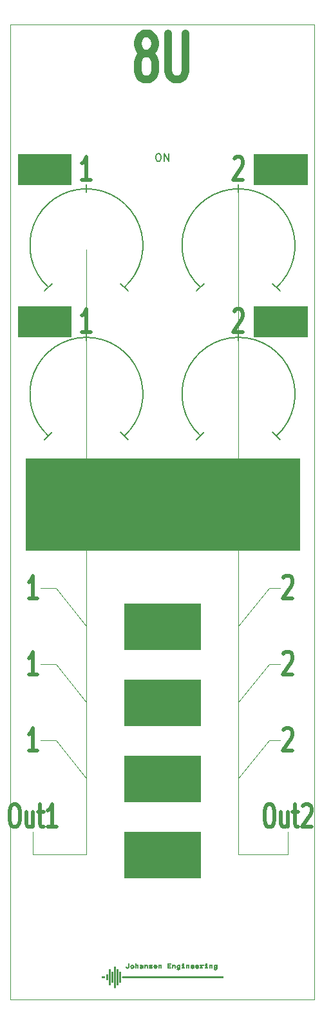
<source format=gbr>
%TF.GenerationSoftware,KiCad,Pcbnew,(5.1.5)-3*%
%TF.CreationDate,2020-04-29T20:03:56+02:00*%
%TF.ProjectId,KicadJE_Util_Faceplate_Generic,4b696361-644a-4455-9f55-74696c5f4661,rev?*%
%TF.SameCoordinates,Original*%
%TF.FileFunction,Legend,Top*%
%TF.FilePolarity,Positive*%
%FSLAX46Y46*%
G04 Gerber Fmt 4.6, Leading zero omitted, Abs format (unit mm)*
G04 Created by KiCad (PCBNEW (5.1.5)-3) date 2020-04-29 20:03:56*
%MOMM*%
%LPD*%
G04 APERTURE LIST*
%ADD10C,0.120000*%
%ADD11C,0.100000*%
%ADD12C,0.500000*%
%ADD13C,0.050000*%
%ADD14C,1.000000*%
%ADD15C,0.150000*%
%ADD16C,0.010000*%
G04 APERTURE END LIST*
D10*
X97000000Y-110000000D02*
X95000000Y-110000000D01*
X101000000Y-115000000D02*
X97000000Y-110000000D01*
X97000000Y-120000000D02*
X95000000Y-120000000D01*
X101000000Y-125000000D02*
X97000000Y-120000000D01*
X125000000Y-130000000D02*
X126500000Y-130000000D01*
X121000000Y-135000000D02*
X125000000Y-130000000D01*
X125000000Y-120000000D02*
X126500000Y-120000000D01*
X121000000Y-125000000D02*
X125000000Y-120000000D01*
D11*
G36*
X116000000Y-148000000D02*
G01*
X106000000Y-148000000D01*
X106000000Y-142000000D01*
X116000000Y-142000000D01*
X116000000Y-148000000D01*
G37*
X116000000Y-148000000D02*
X106000000Y-148000000D01*
X106000000Y-142000000D01*
X116000000Y-142000000D01*
X116000000Y-148000000D01*
G36*
X116000000Y-138000000D02*
G01*
X106000000Y-138000000D01*
X106000000Y-132000000D01*
X116000000Y-132000000D01*
X116000000Y-138000000D01*
G37*
X116000000Y-138000000D02*
X106000000Y-138000000D01*
X106000000Y-132000000D01*
X116000000Y-132000000D01*
X116000000Y-138000000D01*
G36*
X116000000Y-128000000D02*
G01*
X106000000Y-128000000D01*
X106000000Y-122000000D01*
X116000000Y-122000000D01*
X116000000Y-128000000D01*
G37*
X116000000Y-128000000D02*
X106000000Y-128000000D01*
X106000000Y-122000000D01*
X116000000Y-122000000D01*
X116000000Y-128000000D01*
G36*
X129000000Y-105000000D02*
G01*
X93000000Y-105000000D01*
X93000000Y-93000000D01*
X129000000Y-93000000D01*
X129000000Y-105000000D01*
G37*
X129000000Y-105000000D02*
X93000000Y-105000000D01*
X93000000Y-93000000D01*
X129000000Y-93000000D01*
X129000000Y-105000000D01*
G36*
X116000000Y-118000000D02*
G01*
X106000000Y-118000000D01*
X106000000Y-112000000D01*
X116000000Y-112000000D01*
X116000000Y-118000000D01*
G37*
X116000000Y-118000000D02*
X106000000Y-118000000D01*
X106000000Y-112000000D01*
X116000000Y-112000000D01*
X116000000Y-118000000D01*
G36*
X99000000Y-77000000D02*
G01*
X92000000Y-77000000D01*
X92000000Y-73000000D01*
X99000000Y-73000000D01*
X99000000Y-77000000D01*
G37*
X99000000Y-77000000D02*
X92000000Y-77000000D01*
X92000000Y-73000000D01*
X99000000Y-73000000D01*
X99000000Y-77000000D01*
G36*
X130000000Y-77000000D02*
G01*
X123000000Y-77000000D01*
X123000000Y-73000000D01*
X130000000Y-73000000D01*
X130000000Y-77000000D01*
G37*
X130000000Y-77000000D02*
X123000000Y-77000000D01*
X123000000Y-73000000D01*
X130000000Y-73000000D01*
X130000000Y-77000000D01*
G36*
X130000000Y-57000000D02*
G01*
X123000000Y-57000000D01*
X123000000Y-53000000D01*
X130000000Y-53000000D01*
X130000000Y-57000000D01*
G37*
X130000000Y-57000000D02*
X123000000Y-57000000D01*
X123000000Y-53000000D01*
X130000000Y-53000000D01*
X130000000Y-57000000D01*
G36*
X99000000Y-57000000D02*
G01*
X92000000Y-57000000D01*
X92000000Y-53000000D01*
X99000000Y-53000000D01*
X99000000Y-57000000D01*
G37*
X99000000Y-57000000D02*
X92000000Y-57000000D01*
X92000000Y-53000000D01*
X99000000Y-53000000D01*
X99000000Y-57000000D01*
D10*
X97000000Y-130000000D02*
X95000000Y-130000000D01*
X101000000Y-135000000D02*
X97000000Y-130000000D01*
D12*
X94571428Y-131357142D02*
X93428571Y-131357142D01*
X94000000Y-131357142D02*
X94000000Y-128357142D01*
X93809523Y-128785714D01*
X93619047Y-129071428D01*
X93428571Y-129214285D01*
X126928571Y-128642857D02*
X127023809Y-128500000D01*
X127214285Y-128357142D01*
X127690476Y-128357142D01*
X127880952Y-128500000D01*
X127976190Y-128642857D01*
X128071428Y-128928571D01*
X128071428Y-129214285D01*
X127976190Y-129642857D01*
X126833333Y-131357142D01*
X128071428Y-131357142D01*
X101571428Y-76357142D02*
X100428571Y-76357142D01*
X101000000Y-76357142D02*
X101000000Y-73357142D01*
X100809523Y-73785714D01*
X100619047Y-74071428D01*
X100428571Y-74214285D01*
X101571428Y-56357142D02*
X100428571Y-56357142D01*
X101000000Y-56357142D02*
X101000000Y-53357142D01*
X100809523Y-53785714D01*
X100619047Y-54071428D01*
X100428571Y-54214285D01*
D10*
X121000000Y-57500000D02*
X121000000Y-145000000D01*
X101000000Y-145000000D02*
X101000000Y-65500000D01*
X121000000Y-115000000D02*
X125000000Y-110000000D01*
X125000000Y-110000000D02*
X126500000Y-110000000D01*
X127500000Y-145000000D02*
X127500000Y-142000000D01*
X121000000Y-145000000D02*
X127500000Y-145000000D01*
X94000000Y-145000000D02*
X94000000Y-142000000D01*
X101000000Y-145000000D02*
X94000000Y-145000000D01*
D12*
X94571428Y-121357142D02*
X93428571Y-121357142D01*
X94000000Y-121357142D02*
X94000000Y-118357142D01*
X93809523Y-118785714D01*
X93619047Y-119071428D01*
X93428571Y-119214285D01*
X91380952Y-138357142D02*
X91761904Y-138357142D01*
X91952380Y-138500000D01*
X92142857Y-138785714D01*
X92238095Y-139357142D01*
X92238095Y-140357142D01*
X92142857Y-140928571D01*
X91952380Y-141214285D01*
X91761904Y-141357142D01*
X91380952Y-141357142D01*
X91190476Y-141214285D01*
X91000000Y-140928571D01*
X90904761Y-140357142D01*
X90904761Y-139357142D01*
X91000000Y-138785714D01*
X91190476Y-138500000D01*
X91380952Y-138357142D01*
X93952380Y-139357142D02*
X93952380Y-141357142D01*
X93095238Y-139357142D02*
X93095238Y-140928571D01*
X93190476Y-141214285D01*
X93380952Y-141357142D01*
X93666666Y-141357142D01*
X93857142Y-141214285D01*
X93952380Y-141071428D01*
X94619047Y-139357142D02*
X95380952Y-139357142D01*
X94904761Y-138357142D02*
X94904761Y-140928571D01*
X95000000Y-141214285D01*
X95190476Y-141357142D01*
X95380952Y-141357142D01*
X97095238Y-141357142D02*
X95952380Y-141357142D01*
X96523809Y-141357142D02*
X96523809Y-138357142D01*
X96333333Y-138785714D01*
X96142857Y-139071428D01*
X95952380Y-139214285D01*
X94571428Y-111357142D02*
X93428571Y-111357142D01*
X94000000Y-111357142D02*
X94000000Y-108357142D01*
X93809523Y-108785714D01*
X93619047Y-109071428D01*
X93428571Y-109214285D01*
X124880952Y-138357142D02*
X125261904Y-138357142D01*
X125452380Y-138500000D01*
X125642857Y-138785714D01*
X125738095Y-139357142D01*
X125738095Y-140357142D01*
X125642857Y-140928571D01*
X125452380Y-141214285D01*
X125261904Y-141357142D01*
X124880952Y-141357142D01*
X124690476Y-141214285D01*
X124500000Y-140928571D01*
X124404761Y-140357142D01*
X124404761Y-139357142D01*
X124500000Y-138785714D01*
X124690476Y-138500000D01*
X124880952Y-138357142D01*
X127452380Y-139357142D02*
X127452380Y-141357142D01*
X126595238Y-139357142D02*
X126595238Y-140928571D01*
X126690476Y-141214285D01*
X126880952Y-141357142D01*
X127166666Y-141357142D01*
X127357142Y-141214285D01*
X127452380Y-141071428D01*
X128119047Y-139357142D02*
X128880952Y-139357142D01*
X128404761Y-138357142D02*
X128404761Y-140928571D01*
X128500000Y-141214285D01*
X128690476Y-141357142D01*
X128880952Y-141357142D01*
X129452380Y-138642857D02*
X129547619Y-138500000D01*
X129738095Y-138357142D01*
X130214285Y-138357142D01*
X130404761Y-138500000D01*
X130500000Y-138642857D01*
X130595238Y-138928571D01*
X130595238Y-139214285D01*
X130500000Y-139642857D01*
X129357142Y-141357142D01*
X130595238Y-141357142D01*
X126928571Y-118642857D02*
X127023809Y-118500000D01*
X127214285Y-118357142D01*
X127690476Y-118357142D01*
X127880952Y-118500000D01*
X127976190Y-118642857D01*
X128071428Y-118928571D01*
X128071428Y-119214285D01*
X127976190Y-119642857D01*
X126833333Y-121357142D01*
X128071428Y-121357142D01*
X126928571Y-108642857D02*
X127023809Y-108500000D01*
X127214285Y-108357142D01*
X127690476Y-108357142D01*
X127880952Y-108500000D01*
X127976190Y-108642857D01*
X128071428Y-108928571D01*
X128071428Y-109214285D01*
X127976190Y-109642857D01*
X126833333Y-111357142D01*
X128071428Y-111357142D01*
X120428571Y-73642857D02*
X120523809Y-73500000D01*
X120714285Y-73357142D01*
X121190476Y-73357142D01*
X121380952Y-73500000D01*
X121476190Y-73642857D01*
X121571428Y-73928571D01*
X121571428Y-74214285D01*
X121476190Y-74642857D01*
X120333333Y-76357142D01*
X121571428Y-76357142D01*
X120428571Y-53642857D02*
X120523809Y-53500000D01*
X120714285Y-53357142D01*
X121190476Y-53357142D01*
X121380952Y-53500000D01*
X121476190Y-53642857D01*
X121571428Y-53928571D01*
X121571428Y-54214285D01*
X121476190Y-54642857D01*
X120333333Y-56357142D01*
X121571428Y-56357142D01*
D13*
X91000000Y-164000000D02*
X91000000Y-36000000D01*
X131000000Y-164000000D02*
X91000000Y-164000000D01*
X131000000Y-36000000D02*
X131000000Y-164000000D01*
X91000000Y-36000000D02*
X131000000Y-36000000D01*
D14*
X108523809Y-39785714D02*
X108142857Y-39500000D01*
X107952380Y-39214285D01*
X107761904Y-38642857D01*
X107761904Y-38357142D01*
X107952380Y-37785714D01*
X108142857Y-37500000D01*
X108523809Y-37214285D01*
X109285714Y-37214285D01*
X109666666Y-37500000D01*
X109857142Y-37785714D01*
X110047619Y-38357142D01*
X110047619Y-38642857D01*
X109857142Y-39214285D01*
X109666666Y-39500000D01*
X109285714Y-39785714D01*
X108523809Y-39785714D01*
X108142857Y-40071428D01*
X107952380Y-40357142D01*
X107761904Y-40928571D01*
X107761904Y-42071428D01*
X107952380Y-42642857D01*
X108142857Y-42928571D01*
X108523809Y-43214285D01*
X109285714Y-43214285D01*
X109666666Y-42928571D01*
X109857142Y-42642857D01*
X110047619Y-42071428D01*
X110047619Y-40928571D01*
X109857142Y-40357142D01*
X109666666Y-40071428D01*
X109285714Y-39785714D01*
X111761904Y-37214285D02*
X111761904Y-42071428D01*
X111952380Y-42642857D01*
X112142857Y-42928571D01*
X112523809Y-43214285D01*
X113285714Y-43214285D01*
X113666666Y-42928571D01*
X113857142Y-42642857D01*
X114047619Y-42071428D01*
X114047619Y-37214285D01*
D15*
X121000000Y-76500000D02*
X121000000Y-77500000D01*
X116500000Y-89500000D02*
X115500000Y-90500000D01*
X126500000Y-90500000D02*
X125500000Y-89500000D01*
X116000000Y-90000000D02*
G75*
G02X126000000Y-90000000I5000000J5500000D01*
G01*
X96000000Y-90000000D02*
G75*
G02X106000000Y-90000000I5000000J5500000D01*
G01*
X106500000Y-90500000D02*
X105500000Y-89500000D01*
X96500000Y-89500000D02*
X95500000Y-90500000D01*
X101000000Y-76500000D02*
X101000000Y-77500000D01*
D16*
G36*
X116791200Y-159399800D02*
G01*
X116676900Y-159399800D01*
X116676900Y-159272800D01*
X116791200Y-159272800D01*
X116791200Y-159399800D01*
G37*
X116791200Y-159399800D02*
X116676900Y-159399800D01*
X116676900Y-159272800D01*
X116791200Y-159272800D01*
X116791200Y-159399800D01*
G36*
X113743200Y-159399800D02*
G01*
X113628900Y-159399800D01*
X113628900Y-159272800D01*
X113743200Y-159272800D01*
X113743200Y-159399800D01*
G37*
X113743200Y-159399800D02*
X113628900Y-159399800D01*
X113628900Y-159272800D01*
X113743200Y-159272800D01*
X113743200Y-159399800D01*
G36*
X117438114Y-159442318D02*
G01*
X117473195Y-159459123D01*
X117492674Y-159474926D01*
X117534150Y-159511953D01*
X117538239Y-159703526D01*
X117542329Y-159895100D01*
X117438900Y-159895100D01*
X117438900Y-159730907D01*
X117438314Y-159659817D01*
X117436253Y-159609877D01*
X117432258Y-159576854D01*
X117425870Y-159556520D01*
X117418942Y-159546757D01*
X117385287Y-159528974D01*
X117345560Y-159530874D01*
X117306502Y-159550204D01*
X117274851Y-159584714D01*
X117268062Y-159597154D01*
X117256927Y-159633806D01*
X117250505Y-159688629D01*
X117248400Y-159765050D01*
X117248400Y-159895100D01*
X117146800Y-159895100D01*
X117146800Y-159450600D01*
X117197600Y-159450600D01*
X117230192Y-159452142D01*
X117244681Y-159460281D01*
X117248330Y-159480282D01*
X117248400Y-159487430D01*
X117248400Y-159524260D01*
X117291580Y-159481080D01*
X117323768Y-159453238D01*
X117354315Y-159440684D01*
X117392979Y-159437900D01*
X117438114Y-159442318D01*
G37*
X117438114Y-159442318D02*
X117473195Y-159459123D01*
X117492674Y-159474926D01*
X117534150Y-159511953D01*
X117538239Y-159703526D01*
X117542329Y-159895100D01*
X117438900Y-159895100D01*
X117438900Y-159730907D01*
X117438314Y-159659817D01*
X117436253Y-159609877D01*
X117432258Y-159576854D01*
X117425870Y-159556520D01*
X117418942Y-159546757D01*
X117385287Y-159528974D01*
X117345560Y-159530874D01*
X117306502Y-159550204D01*
X117274851Y-159584714D01*
X117268062Y-159597154D01*
X117256927Y-159633806D01*
X117250505Y-159688629D01*
X117248400Y-159765050D01*
X117248400Y-159895100D01*
X117146800Y-159895100D01*
X117146800Y-159450600D01*
X117197600Y-159450600D01*
X117230192Y-159452142D01*
X117244681Y-159460281D01*
X117248330Y-159480282D01*
X117248400Y-159487430D01*
X117248400Y-159524260D01*
X117291580Y-159481080D01*
X117323768Y-159453238D01*
X117354315Y-159440684D01*
X117392979Y-159437900D01*
X117438114Y-159442318D01*
G36*
X116791200Y-159806200D02*
G01*
X116842000Y-159806200D01*
X116874525Y-159807545D01*
X116888979Y-159815854D01*
X116892686Y-159837533D01*
X116892800Y-159850650D01*
X116892800Y-159895100D01*
X116588000Y-159895100D01*
X116588000Y-159850650D01*
X116589965Y-159820858D01*
X116601057Y-159808640D01*
X116629066Y-159806205D01*
X116632450Y-159806200D01*
X116676900Y-159806200D01*
X116676900Y-159539500D01*
X116632450Y-159539500D01*
X116602658Y-159537534D01*
X116590440Y-159526442D01*
X116588005Y-159498433D01*
X116588000Y-159495050D01*
X116588000Y-159450600D01*
X116791200Y-159450600D01*
X116791200Y-159806200D01*
G37*
X116791200Y-159806200D02*
X116842000Y-159806200D01*
X116874525Y-159807545D01*
X116888979Y-159815854D01*
X116892686Y-159837533D01*
X116892800Y-159850650D01*
X116892800Y-159895100D01*
X116588000Y-159895100D01*
X116588000Y-159850650D01*
X116589965Y-159820858D01*
X116601057Y-159808640D01*
X116629066Y-159806205D01*
X116632450Y-159806200D01*
X116676900Y-159806200D01*
X116676900Y-159539500D01*
X116632450Y-159539500D01*
X116602658Y-159537534D01*
X116590440Y-159526442D01*
X116588005Y-159498433D01*
X116588000Y-159495050D01*
X116588000Y-159450600D01*
X116791200Y-159450600D01*
X116791200Y-159806200D01*
G36*
X116333699Y-159440912D02*
G01*
X116358516Y-159450885D01*
X116365016Y-159470931D01*
X116358113Y-159499630D01*
X116347462Y-159525131D01*
X116333608Y-159535481D01*
X116307593Y-159535040D01*
X116290351Y-159532606D01*
X116229116Y-159533141D01*
X116175228Y-159551791D01*
X116135106Y-159585879D01*
X116125293Y-159601368D01*
X116112681Y-159641577D01*
X116106047Y-159697735D01*
X116105400Y-159723019D01*
X116105400Y-159806200D01*
X116156200Y-159806200D01*
X116188725Y-159807545D01*
X116203179Y-159815854D01*
X116206886Y-159837533D01*
X116207000Y-159850650D01*
X116207000Y-159895100D01*
X115902200Y-159895100D01*
X115902200Y-159850650D01*
X115903737Y-159822190D01*
X115913233Y-159809542D01*
X115938010Y-159806299D01*
X115953000Y-159806200D01*
X116003800Y-159806200D01*
X116003800Y-159526800D01*
X115953000Y-159526800D01*
X115920426Y-159525295D01*
X115905946Y-159517142D01*
X115902280Y-159496881D01*
X115902200Y-159488700D01*
X115902200Y-159450600D01*
X116105400Y-159450600D01*
X116105400Y-159532890D01*
X116138393Y-159497307D01*
X116182463Y-159460769D01*
X116233745Y-159442216D01*
X116287201Y-159438094D01*
X116333699Y-159440912D01*
G37*
X116333699Y-159440912D02*
X116358516Y-159450885D01*
X116365016Y-159470931D01*
X116358113Y-159499630D01*
X116347462Y-159525131D01*
X116333608Y-159535481D01*
X116307593Y-159535040D01*
X116290351Y-159532606D01*
X116229116Y-159533141D01*
X116175228Y-159551791D01*
X116135106Y-159585879D01*
X116125293Y-159601368D01*
X116112681Y-159641577D01*
X116106047Y-159697735D01*
X116105400Y-159723019D01*
X116105400Y-159806200D01*
X116156200Y-159806200D01*
X116188725Y-159807545D01*
X116203179Y-159815854D01*
X116206886Y-159837533D01*
X116207000Y-159850650D01*
X116207000Y-159895100D01*
X115902200Y-159895100D01*
X115902200Y-159850650D01*
X115903737Y-159822190D01*
X115913233Y-159809542D01*
X115938010Y-159806299D01*
X115953000Y-159806200D01*
X116003800Y-159806200D01*
X116003800Y-159526800D01*
X115953000Y-159526800D01*
X115920426Y-159525295D01*
X115905946Y-159517142D01*
X115902280Y-159496881D01*
X115902200Y-159488700D01*
X115902200Y-159450600D01*
X116105400Y-159450600D01*
X116105400Y-159532890D01*
X116138393Y-159497307D01*
X116182463Y-159460769D01*
X116233745Y-159442216D01*
X116287201Y-159438094D01*
X116333699Y-159440912D01*
G36*
X114390114Y-159442318D02*
G01*
X114425195Y-159459123D01*
X114444674Y-159474926D01*
X114486150Y-159511953D01*
X114490239Y-159703526D01*
X114494329Y-159895100D01*
X114390900Y-159895100D01*
X114390900Y-159730907D01*
X114390314Y-159659817D01*
X114388253Y-159609877D01*
X114384258Y-159576854D01*
X114377870Y-159556520D01*
X114370942Y-159546757D01*
X114337287Y-159528974D01*
X114297560Y-159530874D01*
X114258502Y-159550204D01*
X114226851Y-159584714D01*
X114220062Y-159597154D01*
X114208927Y-159633806D01*
X114202505Y-159688629D01*
X114200400Y-159765050D01*
X114200400Y-159895100D01*
X114098800Y-159895100D01*
X114098800Y-159450600D01*
X114149600Y-159450600D01*
X114182192Y-159452142D01*
X114196681Y-159460281D01*
X114200330Y-159480282D01*
X114200400Y-159487430D01*
X114200400Y-159524260D01*
X114243580Y-159481080D01*
X114275768Y-159453238D01*
X114306315Y-159440684D01*
X114344979Y-159437900D01*
X114390114Y-159442318D01*
G37*
X114390114Y-159442318D02*
X114425195Y-159459123D01*
X114444674Y-159474926D01*
X114486150Y-159511953D01*
X114490239Y-159703526D01*
X114494329Y-159895100D01*
X114390900Y-159895100D01*
X114390900Y-159730907D01*
X114390314Y-159659817D01*
X114388253Y-159609877D01*
X114384258Y-159576854D01*
X114377870Y-159556520D01*
X114370942Y-159546757D01*
X114337287Y-159528974D01*
X114297560Y-159530874D01*
X114258502Y-159550204D01*
X114226851Y-159584714D01*
X114220062Y-159597154D01*
X114208927Y-159633806D01*
X114202505Y-159688629D01*
X114200400Y-159765050D01*
X114200400Y-159895100D01*
X114098800Y-159895100D01*
X114098800Y-159450600D01*
X114149600Y-159450600D01*
X114182192Y-159452142D01*
X114196681Y-159460281D01*
X114200330Y-159480282D01*
X114200400Y-159487430D01*
X114200400Y-159524260D01*
X114243580Y-159481080D01*
X114275768Y-159453238D01*
X114306315Y-159440684D01*
X114344979Y-159437900D01*
X114390114Y-159442318D01*
G36*
X113743200Y-159806200D02*
G01*
X113794000Y-159806200D01*
X113826525Y-159807545D01*
X113840979Y-159815854D01*
X113844686Y-159837533D01*
X113844800Y-159850650D01*
X113844800Y-159895100D01*
X113540000Y-159895100D01*
X113540000Y-159850650D01*
X113541965Y-159820858D01*
X113553057Y-159808640D01*
X113581066Y-159806205D01*
X113584450Y-159806200D01*
X113628900Y-159806200D01*
X113628900Y-159539500D01*
X113584450Y-159539500D01*
X113554658Y-159537534D01*
X113542440Y-159526442D01*
X113540005Y-159498433D01*
X113540000Y-159495050D01*
X113540000Y-159450600D01*
X113743200Y-159450600D01*
X113743200Y-159806200D01*
G37*
X113743200Y-159806200D02*
X113794000Y-159806200D01*
X113826525Y-159807545D01*
X113840979Y-159815854D01*
X113844686Y-159837533D01*
X113844800Y-159850650D01*
X113844800Y-159895100D01*
X113540000Y-159895100D01*
X113540000Y-159850650D01*
X113541965Y-159820858D01*
X113553057Y-159808640D01*
X113581066Y-159806205D01*
X113584450Y-159806200D01*
X113628900Y-159806200D01*
X113628900Y-159539500D01*
X113584450Y-159539500D01*
X113554658Y-159537534D01*
X113542440Y-159526442D01*
X113540005Y-159498433D01*
X113540000Y-159495050D01*
X113540000Y-159450600D01*
X113743200Y-159450600D01*
X113743200Y-159806200D01*
G36*
X112561314Y-159442318D02*
G01*
X112596395Y-159459123D01*
X112615874Y-159474926D01*
X112657350Y-159511953D01*
X112661439Y-159703526D01*
X112665529Y-159895100D01*
X112562100Y-159895100D01*
X112562100Y-159730907D01*
X112561514Y-159659817D01*
X112559453Y-159609877D01*
X112555458Y-159576854D01*
X112549070Y-159556520D01*
X112542142Y-159546757D01*
X112508487Y-159528974D01*
X112468760Y-159530874D01*
X112429702Y-159550204D01*
X112398051Y-159584714D01*
X112391262Y-159597154D01*
X112380127Y-159633806D01*
X112373705Y-159688629D01*
X112371600Y-159765050D01*
X112371600Y-159895100D01*
X112270000Y-159895100D01*
X112270000Y-159450600D01*
X112320800Y-159450600D01*
X112353392Y-159452142D01*
X112367881Y-159460281D01*
X112371530Y-159480282D01*
X112371600Y-159487430D01*
X112371600Y-159524260D01*
X112414780Y-159481080D01*
X112446968Y-159453238D01*
X112477515Y-159440684D01*
X112516179Y-159437900D01*
X112561314Y-159442318D01*
G37*
X112561314Y-159442318D02*
X112596395Y-159459123D01*
X112615874Y-159474926D01*
X112657350Y-159511953D01*
X112661439Y-159703526D01*
X112665529Y-159895100D01*
X112562100Y-159895100D01*
X112562100Y-159730907D01*
X112561514Y-159659817D01*
X112559453Y-159609877D01*
X112555458Y-159576854D01*
X112549070Y-159556520D01*
X112542142Y-159546757D01*
X112508487Y-159528974D01*
X112468760Y-159530874D01*
X112429702Y-159550204D01*
X112398051Y-159584714D01*
X112391262Y-159597154D01*
X112380127Y-159633806D01*
X112373705Y-159688629D01*
X112371600Y-159765050D01*
X112371600Y-159895100D01*
X112270000Y-159895100D01*
X112270000Y-159450600D01*
X112320800Y-159450600D01*
X112353392Y-159452142D01*
X112367881Y-159460281D01*
X112371530Y-159480282D01*
X112371600Y-159487430D01*
X112371600Y-159524260D01*
X112414780Y-159481080D01*
X112446968Y-159453238D01*
X112477515Y-159440684D01*
X112516179Y-159437900D01*
X112561314Y-159442318D01*
G36*
X112054100Y-159361700D02*
G01*
X111762000Y-159361700D01*
X111762000Y-159539500D01*
X111990600Y-159539500D01*
X111990600Y-159628400D01*
X111762000Y-159628400D01*
X111762000Y-159806200D01*
X112054100Y-159806200D01*
X112054100Y-159895100D01*
X111660400Y-159895100D01*
X111660400Y-159272800D01*
X112054100Y-159272800D01*
X112054100Y-159361700D01*
G37*
X112054100Y-159361700D02*
X111762000Y-159361700D01*
X111762000Y-159539500D01*
X111990600Y-159539500D01*
X111990600Y-159628400D01*
X111762000Y-159628400D01*
X111762000Y-159806200D01*
X112054100Y-159806200D01*
X112054100Y-159895100D01*
X111660400Y-159895100D01*
X111660400Y-159272800D01*
X112054100Y-159272800D01*
X112054100Y-159361700D01*
G36*
X110745214Y-159442318D02*
G01*
X110780295Y-159459123D01*
X110799774Y-159474926D01*
X110841250Y-159511953D01*
X110845339Y-159703526D01*
X110849429Y-159895100D01*
X110746000Y-159895100D01*
X110746000Y-159730907D01*
X110745414Y-159659817D01*
X110743353Y-159609877D01*
X110739358Y-159576854D01*
X110732970Y-159556520D01*
X110726042Y-159546757D01*
X110692387Y-159528974D01*
X110652660Y-159530874D01*
X110613602Y-159550204D01*
X110581951Y-159584714D01*
X110575162Y-159597154D01*
X110564027Y-159633806D01*
X110557605Y-159688629D01*
X110555500Y-159765050D01*
X110555500Y-159895100D01*
X110453900Y-159895100D01*
X110453900Y-159450600D01*
X110504700Y-159450600D01*
X110537292Y-159452142D01*
X110551781Y-159460281D01*
X110555430Y-159480282D01*
X110555500Y-159487430D01*
X110555500Y-159524260D01*
X110598680Y-159481080D01*
X110630868Y-159453238D01*
X110661415Y-159440684D01*
X110700079Y-159437900D01*
X110745214Y-159442318D01*
G37*
X110745214Y-159442318D02*
X110780295Y-159459123D01*
X110799774Y-159474926D01*
X110841250Y-159511953D01*
X110845339Y-159703526D01*
X110849429Y-159895100D01*
X110746000Y-159895100D01*
X110746000Y-159730907D01*
X110745414Y-159659817D01*
X110743353Y-159609877D01*
X110739358Y-159576854D01*
X110732970Y-159556520D01*
X110726042Y-159546757D01*
X110692387Y-159528974D01*
X110652660Y-159530874D01*
X110613602Y-159550204D01*
X110581951Y-159584714D01*
X110575162Y-159597154D01*
X110564027Y-159633806D01*
X110557605Y-159688629D01*
X110555500Y-159765050D01*
X110555500Y-159895100D01*
X110453900Y-159895100D01*
X110453900Y-159450600D01*
X110504700Y-159450600D01*
X110537292Y-159452142D01*
X110551781Y-159460281D01*
X110555430Y-159480282D01*
X110555500Y-159487430D01*
X110555500Y-159524260D01*
X110598680Y-159481080D01*
X110630868Y-159453238D01*
X110661415Y-159440684D01*
X110700079Y-159437900D01*
X110745214Y-159442318D01*
G36*
X108916414Y-159442318D02*
G01*
X108951495Y-159459123D01*
X108970974Y-159474926D01*
X109012450Y-159511953D01*
X109016539Y-159703526D01*
X109020629Y-159895100D01*
X108917200Y-159895100D01*
X108917200Y-159730907D01*
X108916614Y-159659817D01*
X108914553Y-159609877D01*
X108910558Y-159576854D01*
X108904170Y-159556520D01*
X108897242Y-159546757D01*
X108863587Y-159528974D01*
X108823860Y-159530874D01*
X108784802Y-159550204D01*
X108753151Y-159584714D01*
X108746362Y-159597154D01*
X108735227Y-159633806D01*
X108728805Y-159688629D01*
X108726700Y-159765050D01*
X108726700Y-159895100D01*
X108625100Y-159895100D01*
X108625100Y-159450600D01*
X108675900Y-159450600D01*
X108708492Y-159452142D01*
X108722981Y-159460281D01*
X108726630Y-159480282D01*
X108726700Y-159487430D01*
X108726700Y-159524260D01*
X108769880Y-159481080D01*
X108802068Y-159453238D01*
X108832615Y-159440684D01*
X108871279Y-159437900D01*
X108916414Y-159442318D01*
G37*
X108916414Y-159442318D02*
X108951495Y-159459123D01*
X108970974Y-159474926D01*
X109012450Y-159511953D01*
X109016539Y-159703526D01*
X109020629Y-159895100D01*
X108917200Y-159895100D01*
X108917200Y-159730907D01*
X108916614Y-159659817D01*
X108914553Y-159609877D01*
X108910558Y-159576854D01*
X108904170Y-159556520D01*
X108897242Y-159546757D01*
X108863587Y-159528974D01*
X108823860Y-159530874D01*
X108784802Y-159550204D01*
X108753151Y-159584714D01*
X108746362Y-159597154D01*
X108735227Y-159633806D01*
X108728805Y-159688629D01*
X108726700Y-159765050D01*
X108726700Y-159895100D01*
X108625100Y-159895100D01*
X108625100Y-159450600D01*
X108675900Y-159450600D01*
X108708492Y-159452142D01*
X108722981Y-159460281D01*
X108726630Y-159480282D01*
X108726700Y-159487430D01*
X108726700Y-159524260D01*
X108769880Y-159481080D01*
X108802068Y-159453238D01*
X108832615Y-159440684D01*
X108871279Y-159437900D01*
X108916414Y-159442318D01*
G36*
X107507500Y-159527200D02*
G01*
X107543179Y-159487268D01*
X107572611Y-159460600D01*
X107606477Y-159446655D01*
X107642965Y-159441176D01*
X107683943Y-159439143D01*
X107711809Y-159445321D01*
X107738423Y-159463284D01*
X107750161Y-159473485D01*
X107793250Y-159511953D01*
X107797339Y-159703526D01*
X107801429Y-159895100D01*
X107698000Y-159895100D01*
X107698000Y-159730907D01*
X107697414Y-159659817D01*
X107695353Y-159609877D01*
X107691358Y-159576854D01*
X107684970Y-159556520D01*
X107678042Y-159546757D01*
X107644387Y-159528974D01*
X107604660Y-159530874D01*
X107565602Y-159550204D01*
X107533951Y-159584714D01*
X107527162Y-159597154D01*
X107516027Y-159633806D01*
X107509605Y-159688629D01*
X107507500Y-159765050D01*
X107507500Y-159895100D01*
X107405900Y-159895100D01*
X107405900Y-159272800D01*
X107507500Y-159272800D01*
X107507500Y-159527200D01*
G37*
X107507500Y-159527200D02*
X107543179Y-159487268D01*
X107572611Y-159460600D01*
X107606477Y-159446655D01*
X107642965Y-159441176D01*
X107683943Y-159439143D01*
X107711809Y-159445321D01*
X107738423Y-159463284D01*
X107750161Y-159473485D01*
X107793250Y-159511953D01*
X107797339Y-159703526D01*
X107801429Y-159895100D01*
X107698000Y-159895100D01*
X107698000Y-159730907D01*
X107697414Y-159659817D01*
X107695353Y-159609877D01*
X107691358Y-159576854D01*
X107684970Y-159556520D01*
X107678042Y-159546757D01*
X107644387Y-159528974D01*
X107604660Y-159530874D01*
X107565602Y-159550204D01*
X107533951Y-159584714D01*
X107527162Y-159597154D01*
X107516027Y-159633806D01*
X107509605Y-159688629D01*
X107507500Y-159765050D01*
X107507500Y-159895100D01*
X107405900Y-159895100D01*
X107405900Y-159272800D01*
X107507500Y-159272800D01*
X107507500Y-159527200D01*
G36*
X115580413Y-159445787D02*
G01*
X115642081Y-159470491D01*
X115682518Y-159503111D01*
X115717361Y-159555044D01*
X115744231Y-159623481D01*
X115755115Y-159669675D01*
X115763650Y-159717300D01*
X115382044Y-159717300D01*
X115396231Y-159748437D01*
X115422015Y-159779278D01*
X115463617Y-159803967D01*
X115511480Y-159817471D01*
X115529469Y-159818621D01*
X115563706Y-159813124D01*
X115605711Y-159799704D01*
X115619304Y-159793985D01*
X115672959Y-159769628D01*
X115698501Y-159802101D01*
X115724044Y-159834573D01*
X115692542Y-159859353D01*
X115634692Y-159890285D01*
X115564466Y-159905651D01*
X115490081Y-159904756D01*
X115419751Y-159886909D01*
X115410914Y-159883118D01*
X115354086Y-159844411D01*
X115313056Y-159790243D01*
X115288965Y-159725896D01*
X115282956Y-159656654D01*
X115292211Y-159608435D01*
X115393971Y-159608435D01*
X115404865Y-159619892D01*
X115436586Y-159626036D01*
X115491057Y-159628276D01*
X115514850Y-159628400D01*
X115574137Y-159627503D01*
X115611624Y-159624482D01*
X115630856Y-159618842D01*
X115635500Y-159611563D01*
X115626899Y-159592145D01*
X115605878Y-159566977D01*
X115602726Y-159563938D01*
X115568051Y-159541118D01*
X115523684Y-159533285D01*
X115514850Y-159533150D01*
X115467831Y-159538951D01*
X115432384Y-159559083D01*
X115426973Y-159563938D01*
X115401981Y-159590254D01*
X115393971Y-159608435D01*
X115292211Y-159608435D01*
X115296172Y-159587800D01*
X115329753Y-159524617D01*
X115332623Y-159520889D01*
X115382212Y-159476662D01*
X115444216Y-159449191D01*
X115512370Y-159438794D01*
X115580413Y-159445787D01*
G37*
X115580413Y-159445787D02*
X115642081Y-159470491D01*
X115682518Y-159503111D01*
X115717361Y-159555044D01*
X115744231Y-159623481D01*
X115755115Y-159669675D01*
X115763650Y-159717300D01*
X115382044Y-159717300D01*
X115396231Y-159748437D01*
X115422015Y-159779278D01*
X115463617Y-159803967D01*
X115511480Y-159817471D01*
X115529469Y-159818621D01*
X115563706Y-159813124D01*
X115605711Y-159799704D01*
X115619304Y-159793985D01*
X115672959Y-159769628D01*
X115698501Y-159802101D01*
X115724044Y-159834573D01*
X115692542Y-159859353D01*
X115634692Y-159890285D01*
X115564466Y-159905651D01*
X115490081Y-159904756D01*
X115419751Y-159886909D01*
X115410914Y-159883118D01*
X115354086Y-159844411D01*
X115313056Y-159790243D01*
X115288965Y-159725896D01*
X115282956Y-159656654D01*
X115292211Y-159608435D01*
X115393971Y-159608435D01*
X115404865Y-159619892D01*
X115436586Y-159626036D01*
X115491057Y-159628276D01*
X115514850Y-159628400D01*
X115574137Y-159627503D01*
X115611624Y-159624482D01*
X115630856Y-159618842D01*
X115635500Y-159611563D01*
X115626899Y-159592145D01*
X115605878Y-159566977D01*
X115602726Y-159563938D01*
X115568051Y-159541118D01*
X115523684Y-159533285D01*
X115514850Y-159533150D01*
X115467831Y-159538951D01*
X115432384Y-159559083D01*
X115426973Y-159563938D01*
X115401981Y-159590254D01*
X115393971Y-159608435D01*
X115292211Y-159608435D01*
X115296172Y-159587800D01*
X115329753Y-159524617D01*
X115332623Y-159520889D01*
X115382212Y-159476662D01*
X115444216Y-159449191D01*
X115512370Y-159438794D01*
X115580413Y-159445787D01*
G36*
X114970813Y-159445787D02*
G01*
X115032481Y-159470491D01*
X115072918Y-159503111D01*
X115107761Y-159555044D01*
X115134631Y-159623481D01*
X115145515Y-159669675D01*
X115154050Y-159717300D01*
X114772444Y-159717300D01*
X114786631Y-159748437D01*
X114812415Y-159779278D01*
X114854017Y-159803967D01*
X114901880Y-159817471D01*
X114919869Y-159818621D01*
X114954106Y-159813124D01*
X114996111Y-159799704D01*
X115009704Y-159793985D01*
X115063359Y-159769628D01*
X115088901Y-159802101D01*
X115114444Y-159834573D01*
X115082942Y-159859353D01*
X115025092Y-159890285D01*
X114954866Y-159905651D01*
X114880481Y-159904756D01*
X114810151Y-159886909D01*
X114801314Y-159883118D01*
X114744486Y-159844411D01*
X114703456Y-159790243D01*
X114679365Y-159725896D01*
X114673356Y-159656654D01*
X114682611Y-159608435D01*
X114784371Y-159608435D01*
X114795265Y-159619892D01*
X114826986Y-159626036D01*
X114881457Y-159628276D01*
X114905250Y-159628400D01*
X114964537Y-159627503D01*
X115002024Y-159624482D01*
X115021256Y-159618842D01*
X115025900Y-159611563D01*
X115017299Y-159592145D01*
X114996278Y-159566977D01*
X114993126Y-159563938D01*
X114958451Y-159541118D01*
X114914084Y-159533285D01*
X114905250Y-159533150D01*
X114858231Y-159538951D01*
X114822784Y-159559083D01*
X114817373Y-159563938D01*
X114792381Y-159590254D01*
X114784371Y-159608435D01*
X114682611Y-159608435D01*
X114686572Y-159587800D01*
X114720153Y-159524617D01*
X114723023Y-159520889D01*
X114772612Y-159476662D01*
X114834616Y-159449191D01*
X114902770Y-159438794D01*
X114970813Y-159445787D01*
G37*
X114970813Y-159445787D02*
X115032481Y-159470491D01*
X115072918Y-159503111D01*
X115107761Y-159555044D01*
X115134631Y-159623481D01*
X115145515Y-159669675D01*
X115154050Y-159717300D01*
X114772444Y-159717300D01*
X114786631Y-159748437D01*
X114812415Y-159779278D01*
X114854017Y-159803967D01*
X114901880Y-159817471D01*
X114919869Y-159818621D01*
X114954106Y-159813124D01*
X114996111Y-159799704D01*
X115009704Y-159793985D01*
X115063359Y-159769628D01*
X115088901Y-159802101D01*
X115114444Y-159834573D01*
X115082942Y-159859353D01*
X115025092Y-159890285D01*
X114954866Y-159905651D01*
X114880481Y-159904756D01*
X114810151Y-159886909D01*
X114801314Y-159883118D01*
X114744486Y-159844411D01*
X114703456Y-159790243D01*
X114679365Y-159725896D01*
X114673356Y-159656654D01*
X114682611Y-159608435D01*
X114784371Y-159608435D01*
X114795265Y-159619892D01*
X114826986Y-159626036D01*
X114881457Y-159628276D01*
X114905250Y-159628400D01*
X114964537Y-159627503D01*
X115002024Y-159624482D01*
X115021256Y-159618842D01*
X115025900Y-159611563D01*
X115017299Y-159592145D01*
X114996278Y-159566977D01*
X114993126Y-159563938D01*
X114958451Y-159541118D01*
X114914084Y-159533285D01*
X114905250Y-159533150D01*
X114858231Y-159538951D01*
X114822784Y-159559083D01*
X114817373Y-159563938D01*
X114792381Y-159590254D01*
X114784371Y-159608435D01*
X114682611Y-159608435D01*
X114686572Y-159587800D01*
X114720153Y-159524617D01*
X114723023Y-159520889D01*
X114772612Y-159476662D01*
X114834616Y-159449191D01*
X114902770Y-159438794D01*
X114970813Y-159445787D01*
G36*
X110106713Y-159445787D02*
G01*
X110168381Y-159470491D01*
X110208818Y-159503111D01*
X110243661Y-159555044D01*
X110270531Y-159623481D01*
X110281415Y-159669675D01*
X110289950Y-159717300D01*
X109908344Y-159717300D01*
X109922531Y-159748437D01*
X109948315Y-159779278D01*
X109989917Y-159803967D01*
X110037780Y-159817471D01*
X110055769Y-159818621D01*
X110090006Y-159813124D01*
X110132011Y-159799704D01*
X110145604Y-159793985D01*
X110199259Y-159769628D01*
X110224801Y-159802101D01*
X110250344Y-159834573D01*
X110218842Y-159859353D01*
X110160992Y-159890285D01*
X110090766Y-159905651D01*
X110016381Y-159904756D01*
X109946051Y-159886909D01*
X109937214Y-159883118D01*
X109880386Y-159844411D01*
X109839356Y-159790243D01*
X109815265Y-159725896D01*
X109809256Y-159656654D01*
X109818511Y-159608435D01*
X109920271Y-159608435D01*
X109931165Y-159619892D01*
X109962886Y-159626036D01*
X110017357Y-159628276D01*
X110041150Y-159628400D01*
X110100437Y-159627503D01*
X110137924Y-159624482D01*
X110157156Y-159618842D01*
X110161800Y-159611563D01*
X110153199Y-159592145D01*
X110132178Y-159566977D01*
X110129026Y-159563938D01*
X110094351Y-159541118D01*
X110049984Y-159533285D01*
X110041150Y-159533150D01*
X109994131Y-159538951D01*
X109958684Y-159559083D01*
X109953273Y-159563938D01*
X109928281Y-159590254D01*
X109920271Y-159608435D01*
X109818511Y-159608435D01*
X109822472Y-159587800D01*
X109856053Y-159524617D01*
X109858923Y-159520889D01*
X109908512Y-159476662D01*
X109970516Y-159449191D01*
X110038670Y-159438794D01*
X110106713Y-159445787D01*
G37*
X110106713Y-159445787D02*
X110168381Y-159470491D01*
X110208818Y-159503111D01*
X110243661Y-159555044D01*
X110270531Y-159623481D01*
X110281415Y-159669675D01*
X110289950Y-159717300D01*
X109908344Y-159717300D01*
X109922531Y-159748437D01*
X109948315Y-159779278D01*
X109989917Y-159803967D01*
X110037780Y-159817471D01*
X110055769Y-159818621D01*
X110090006Y-159813124D01*
X110132011Y-159799704D01*
X110145604Y-159793985D01*
X110199259Y-159769628D01*
X110224801Y-159802101D01*
X110250344Y-159834573D01*
X110218842Y-159859353D01*
X110160992Y-159890285D01*
X110090766Y-159905651D01*
X110016381Y-159904756D01*
X109946051Y-159886909D01*
X109937214Y-159883118D01*
X109880386Y-159844411D01*
X109839356Y-159790243D01*
X109815265Y-159725896D01*
X109809256Y-159656654D01*
X109818511Y-159608435D01*
X109920271Y-159608435D01*
X109931165Y-159619892D01*
X109962886Y-159626036D01*
X110017357Y-159628276D01*
X110041150Y-159628400D01*
X110100437Y-159627503D01*
X110137924Y-159624482D01*
X110157156Y-159618842D01*
X110161800Y-159611563D01*
X110153199Y-159592145D01*
X110132178Y-159566977D01*
X110129026Y-159563938D01*
X110094351Y-159541118D01*
X110049984Y-159533285D01*
X110041150Y-159533150D01*
X109994131Y-159538951D01*
X109958684Y-159559083D01*
X109953273Y-159563938D01*
X109928281Y-159590254D01*
X109920271Y-159608435D01*
X109818511Y-159608435D01*
X109822472Y-159587800D01*
X109856053Y-159524617D01*
X109858923Y-159520889D01*
X109908512Y-159476662D01*
X109970516Y-159449191D01*
X110038670Y-159438794D01*
X110106713Y-159445787D01*
G36*
X109500632Y-159444386D02*
G01*
X109555840Y-159458028D01*
X109595922Y-159478107D01*
X109600489Y-159481961D01*
X109609083Y-159503001D01*
X109604268Y-159528982D01*
X109590296Y-159550658D01*
X109571419Y-159558784D01*
X109565812Y-159557362D01*
X109515036Y-159541203D01*
X109460246Y-159532510D01*
X109407734Y-159531212D01*
X109363790Y-159537235D01*
X109334704Y-159550507D01*
X109327596Y-159560104D01*
X109325073Y-159576955D01*
X109334520Y-159590282D01*
X109359387Y-159601783D01*
X109403120Y-159613152D01*
X109457231Y-159623894D01*
X109533536Y-159641949D01*
X109587294Y-159664676D01*
X109621223Y-159694158D01*
X109638045Y-159732478D01*
X109641100Y-159764728D01*
X109629745Y-159815487D01*
X109598029Y-159856412D01*
X109549475Y-159886315D01*
X109487607Y-159904004D01*
X109415947Y-159908289D01*
X109338019Y-159897982D01*
X109288425Y-159883852D01*
X109250170Y-159869782D01*
X109222498Y-159858020D01*
X109213690Y-159852924D01*
X109212751Y-159837125D01*
X109220877Y-159809004D01*
X109222234Y-159805634D01*
X109231168Y-159785529D01*
X109241020Y-159775070D01*
X109257453Y-159773986D01*
X109286129Y-159782007D01*
X109332712Y-159798863D01*
X109336300Y-159800186D01*
X109410662Y-159815855D01*
X109454522Y-159815520D01*
X109506786Y-159805698D01*
X109535099Y-159790062D01*
X109539457Y-159771258D01*
X109519859Y-159751932D01*
X109476303Y-159734730D01*
X109454593Y-159729532D01*
X109384467Y-159714410D01*
X109334551Y-159701934D01*
X109300033Y-159690387D01*
X109276098Y-159678053D01*
X109257936Y-159663218D01*
X109252337Y-159657425D01*
X109226407Y-159613509D01*
X109222862Y-159566210D01*
X109239996Y-159520198D01*
X109276104Y-159480141D01*
X109327601Y-159451407D01*
X109378179Y-159440142D01*
X109438634Y-159438113D01*
X109500632Y-159444386D01*
G37*
X109500632Y-159444386D02*
X109555840Y-159458028D01*
X109595922Y-159478107D01*
X109600489Y-159481961D01*
X109609083Y-159503001D01*
X109604268Y-159528982D01*
X109590296Y-159550658D01*
X109571419Y-159558784D01*
X109565812Y-159557362D01*
X109515036Y-159541203D01*
X109460246Y-159532510D01*
X109407734Y-159531212D01*
X109363790Y-159537235D01*
X109334704Y-159550507D01*
X109327596Y-159560104D01*
X109325073Y-159576955D01*
X109334520Y-159590282D01*
X109359387Y-159601783D01*
X109403120Y-159613152D01*
X109457231Y-159623894D01*
X109533536Y-159641949D01*
X109587294Y-159664676D01*
X109621223Y-159694158D01*
X109638045Y-159732478D01*
X109641100Y-159764728D01*
X109629745Y-159815487D01*
X109598029Y-159856412D01*
X109549475Y-159886315D01*
X109487607Y-159904004D01*
X109415947Y-159908289D01*
X109338019Y-159897982D01*
X109288425Y-159883852D01*
X109250170Y-159869782D01*
X109222498Y-159858020D01*
X109213690Y-159852924D01*
X109212751Y-159837125D01*
X109220877Y-159809004D01*
X109222234Y-159805634D01*
X109231168Y-159785529D01*
X109241020Y-159775070D01*
X109257453Y-159773986D01*
X109286129Y-159782007D01*
X109332712Y-159798863D01*
X109336300Y-159800186D01*
X109410662Y-159815855D01*
X109454522Y-159815520D01*
X109506786Y-159805698D01*
X109535099Y-159790062D01*
X109539457Y-159771258D01*
X109519859Y-159751932D01*
X109476303Y-159734730D01*
X109454593Y-159729532D01*
X109384467Y-159714410D01*
X109334551Y-159701934D01*
X109300033Y-159690387D01*
X109276098Y-159678053D01*
X109257936Y-159663218D01*
X109252337Y-159657425D01*
X109226407Y-159613509D01*
X109222862Y-159566210D01*
X109239996Y-159520198D01*
X109276104Y-159480141D01*
X109327601Y-159451407D01*
X109378179Y-159440142D01*
X109438634Y-159438113D01*
X109500632Y-159444386D01*
G36*
X108310260Y-159456458D02*
G01*
X108363969Y-159489144D01*
X108381667Y-159507923D01*
X108392735Y-159523957D01*
X108400377Y-159542230D01*
X108405218Y-159567537D01*
X108407884Y-159604675D01*
X108409001Y-159658440D01*
X108409200Y-159719012D01*
X108409200Y-159895100D01*
X108358400Y-159895100D01*
X108325216Y-159893002D01*
X108310537Y-159884441D01*
X108307600Y-159869319D01*
X108306428Y-159853311D01*
X108298873Y-159851680D01*
X108278879Y-159864802D01*
X108269535Y-159871681D01*
X108223244Y-159894024D01*
X108158225Y-159905114D01*
X108155474Y-159905321D01*
X108112093Y-159907472D01*
X108084204Y-159903939D01*
X108062026Y-159891546D01*
X108035775Y-159867115D01*
X108034789Y-159866129D01*
X108005543Y-159832043D01*
X107992460Y-159800556D01*
X107990100Y-159771764D01*
X107993730Y-159754688D01*
X108093668Y-159754688D01*
X108099133Y-159788354D01*
X108124725Y-159809379D01*
X108167574Y-159815900D01*
X108185850Y-159814447D01*
X108227983Y-159803725D01*
X108265066Y-159785989D01*
X108268400Y-159783649D01*
X108293180Y-159755884D01*
X108305268Y-159725569D01*
X108306058Y-159705397D01*
X108297957Y-159695600D01*
X108274768Y-159692604D01*
X108248118Y-159692616D01*
X108180418Y-159698505D01*
X108130383Y-159713688D01*
X108100657Y-159737104D01*
X108093668Y-159754688D01*
X107993730Y-159754688D01*
X108001569Y-159717825D01*
X108035378Y-159674750D01*
X108090630Y-159643148D01*
X108166427Y-159623630D01*
X108216183Y-159618289D01*
X108263879Y-159614585D01*
X108291287Y-159609955D01*
X108303505Y-159602538D01*
X108305629Y-159590475D01*
X108305083Y-159585836D01*
X108291827Y-159560933D01*
X108267128Y-159540309D01*
X108237136Y-159530639D01*
X108195911Y-159530668D01*
X108139406Y-159540783D01*
X108071899Y-159558898D01*
X108049367Y-159558480D01*
X108032747Y-159537849D01*
X108030463Y-159533045D01*
X108021032Y-159506525D01*
X108024816Y-159488529D01*
X108045593Y-159474106D01*
X108087143Y-159458303D01*
X108087627Y-159458138D01*
X108167157Y-159440120D01*
X108243012Y-159439838D01*
X108310260Y-159456458D01*
G37*
X108310260Y-159456458D02*
X108363969Y-159489144D01*
X108381667Y-159507923D01*
X108392735Y-159523957D01*
X108400377Y-159542230D01*
X108405218Y-159567537D01*
X108407884Y-159604675D01*
X108409001Y-159658440D01*
X108409200Y-159719012D01*
X108409200Y-159895100D01*
X108358400Y-159895100D01*
X108325216Y-159893002D01*
X108310537Y-159884441D01*
X108307600Y-159869319D01*
X108306428Y-159853311D01*
X108298873Y-159851680D01*
X108278879Y-159864802D01*
X108269535Y-159871681D01*
X108223244Y-159894024D01*
X108158225Y-159905114D01*
X108155474Y-159905321D01*
X108112093Y-159907472D01*
X108084204Y-159903939D01*
X108062026Y-159891546D01*
X108035775Y-159867115D01*
X108034789Y-159866129D01*
X108005543Y-159832043D01*
X107992460Y-159800556D01*
X107990100Y-159771764D01*
X107993730Y-159754688D01*
X108093668Y-159754688D01*
X108099133Y-159788354D01*
X108124725Y-159809379D01*
X108167574Y-159815900D01*
X108185850Y-159814447D01*
X108227983Y-159803725D01*
X108265066Y-159785989D01*
X108268400Y-159783649D01*
X108293180Y-159755884D01*
X108305268Y-159725569D01*
X108306058Y-159705397D01*
X108297957Y-159695600D01*
X108274768Y-159692604D01*
X108248118Y-159692616D01*
X108180418Y-159698505D01*
X108130383Y-159713688D01*
X108100657Y-159737104D01*
X108093668Y-159754688D01*
X107993730Y-159754688D01*
X108001569Y-159717825D01*
X108035378Y-159674750D01*
X108090630Y-159643148D01*
X108166427Y-159623630D01*
X108216183Y-159618289D01*
X108263879Y-159614585D01*
X108291287Y-159609955D01*
X108303505Y-159602538D01*
X108305629Y-159590475D01*
X108305083Y-159585836D01*
X108291827Y-159560933D01*
X108267128Y-159540309D01*
X108237136Y-159530639D01*
X108195911Y-159530668D01*
X108139406Y-159540783D01*
X108071899Y-159558898D01*
X108049367Y-159558480D01*
X108032747Y-159537849D01*
X108030463Y-159533045D01*
X108021032Y-159506525D01*
X108024816Y-159488529D01*
X108045593Y-159474106D01*
X108087143Y-159458303D01*
X108087627Y-159458138D01*
X108167157Y-159440120D01*
X108243012Y-159439838D01*
X108310260Y-159456458D01*
G36*
X107071766Y-159449125D02*
G01*
X107136474Y-159481026D01*
X107185862Y-159530946D01*
X107217285Y-159596222D01*
X107228100Y-159672850D01*
X107216996Y-159750946D01*
X107185342Y-159815890D01*
X107135619Y-159865231D01*
X107070311Y-159896521D01*
X106991901Y-159907311D01*
X106990382Y-159907302D01*
X106944577Y-159903339D01*
X106902640Y-159894004D01*
X106891550Y-159889872D01*
X106834427Y-159851464D01*
X106792316Y-159796767D01*
X106767086Y-159731225D01*
X106761549Y-159670613D01*
X106863689Y-159670613D01*
X106870887Y-159721333D01*
X106893418Y-159765316D01*
X106929178Y-159797772D01*
X106976060Y-159813913D01*
X107011517Y-159813383D01*
X107051518Y-159799561D01*
X107087147Y-159775119D01*
X107087717Y-159774555D01*
X107107668Y-159749695D01*
X107117404Y-159720658D01*
X107120137Y-159677372D01*
X107120150Y-159672850D01*
X107117996Y-159628557D01*
X107109183Y-159599009D01*
X107090186Y-159573742D01*
X107084936Y-159568363D01*
X107054595Y-159544450D01*
X107020047Y-159534461D01*
X106991761Y-159533150D01*
X106950653Y-159536400D01*
X106922923Y-159549203D01*
X106903716Y-159568125D01*
X106873930Y-159617947D01*
X106863689Y-159670613D01*
X106761549Y-159670613D01*
X106760605Y-159660283D01*
X106774742Y-159589388D01*
X106782203Y-159571250D01*
X106822955Y-159506733D01*
X106876394Y-159463869D01*
X106944061Y-159441689D01*
X106994384Y-159437900D01*
X107071766Y-159449125D01*
G37*
X107071766Y-159449125D02*
X107136474Y-159481026D01*
X107185862Y-159530946D01*
X107217285Y-159596222D01*
X107228100Y-159672850D01*
X107216996Y-159750946D01*
X107185342Y-159815890D01*
X107135619Y-159865231D01*
X107070311Y-159896521D01*
X106991901Y-159907311D01*
X106990382Y-159907302D01*
X106944577Y-159903339D01*
X106902640Y-159894004D01*
X106891550Y-159889872D01*
X106834427Y-159851464D01*
X106792316Y-159796767D01*
X106767086Y-159731225D01*
X106761549Y-159670613D01*
X106863689Y-159670613D01*
X106870887Y-159721333D01*
X106893418Y-159765316D01*
X106929178Y-159797772D01*
X106976060Y-159813913D01*
X107011517Y-159813383D01*
X107051518Y-159799561D01*
X107087147Y-159775119D01*
X107087717Y-159774555D01*
X107107668Y-159749695D01*
X107117404Y-159720658D01*
X107120137Y-159677372D01*
X107120150Y-159672850D01*
X107117996Y-159628557D01*
X107109183Y-159599009D01*
X107090186Y-159573742D01*
X107084936Y-159568363D01*
X107054595Y-159544450D01*
X107020047Y-159534461D01*
X106991761Y-159533150D01*
X106950653Y-159536400D01*
X106922923Y-159549203D01*
X106903716Y-159568125D01*
X106873930Y-159617947D01*
X106863689Y-159670613D01*
X106761549Y-159670613D01*
X106760605Y-159660283D01*
X106774742Y-159589388D01*
X106782203Y-159571250D01*
X106822955Y-159506733D01*
X106876394Y-159463869D01*
X106944061Y-159441689D01*
X106994384Y-159437900D01*
X107071766Y-159449125D01*
G36*
X106580400Y-159511409D02*
G01*
X106580207Y-159595945D01*
X106579354Y-159659353D01*
X106577427Y-159705900D01*
X106574013Y-159739855D01*
X106568700Y-159765488D01*
X106561073Y-159787068D01*
X106551825Y-159806684D01*
X106514747Y-159859147D01*
X106478800Y-159885555D01*
X106426340Y-159901642D01*
X106364265Y-159906377D01*
X106305952Y-159899199D01*
X106288306Y-159893532D01*
X106239112Y-159863215D01*
X106195891Y-159817614D01*
X106179143Y-159790955D01*
X106164437Y-159757641D01*
X106165977Y-159737654D01*
X106185821Y-159723253D01*
X106198633Y-159717617D01*
X106235503Y-159708790D01*
X106257582Y-159717789D01*
X106262900Y-159735970D01*
X106273231Y-159757685D01*
X106298688Y-159782819D01*
X106330963Y-159804987D01*
X106361750Y-159817804D01*
X106370785Y-159818900D01*
X106404376Y-159816521D01*
X106430288Y-159807494D01*
X106449489Y-159788978D01*
X106462946Y-159758134D01*
X106471628Y-159712122D01*
X106476503Y-159648104D01*
X106478539Y-159563238D01*
X106478800Y-159502030D01*
X106478800Y-159272800D01*
X106580400Y-159272800D01*
X106580400Y-159511409D01*
G37*
X106580400Y-159511409D02*
X106580207Y-159595945D01*
X106579354Y-159659353D01*
X106577427Y-159705900D01*
X106574013Y-159739855D01*
X106568700Y-159765488D01*
X106561073Y-159787068D01*
X106551825Y-159806684D01*
X106514747Y-159859147D01*
X106478800Y-159885555D01*
X106426340Y-159901642D01*
X106364265Y-159906377D01*
X106305952Y-159899199D01*
X106288306Y-159893532D01*
X106239112Y-159863215D01*
X106195891Y-159817614D01*
X106179143Y-159790955D01*
X106164437Y-159757641D01*
X106165977Y-159737654D01*
X106185821Y-159723253D01*
X106198633Y-159717617D01*
X106235503Y-159708790D01*
X106257582Y-159717789D01*
X106262900Y-159735970D01*
X106273231Y-159757685D01*
X106298688Y-159782819D01*
X106330963Y-159804987D01*
X106361750Y-159817804D01*
X106370785Y-159818900D01*
X106404376Y-159816521D01*
X106430288Y-159807494D01*
X106449489Y-159788978D01*
X106462946Y-159758134D01*
X106471628Y-159712122D01*
X106476503Y-159648104D01*
X106478539Y-159563238D01*
X106478800Y-159502030D01*
X106478800Y-159272800D01*
X106580400Y-159272800D01*
X106580400Y-159511409D01*
G36*
X117982474Y-159445453D02*
G01*
X118011030Y-159457276D01*
X118036696Y-159467208D01*
X118048357Y-159464762D01*
X118048500Y-159463626D01*
X118059765Y-159455469D01*
X118087910Y-159450932D01*
X118099300Y-159450600D01*
X118150100Y-159450600D01*
X118150100Y-159702721D01*
X118149965Y-159789193D01*
X118149309Y-159854155D01*
X118147751Y-159901497D01*
X118144912Y-159935109D01*
X118140412Y-159958879D01*
X118133872Y-159976699D01*
X118124910Y-159992457D01*
X118121271Y-159997996D01*
X118075865Y-160044194D01*
X118015238Y-160073830D01*
X117944389Y-160085713D01*
X117868316Y-160078656D01*
X117829304Y-160067447D01*
X117783678Y-160047420D01*
X117753552Y-160026476D01*
X117743700Y-160009251D01*
X117750936Y-159993145D01*
X117765955Y-159972029D01*
X117788210Y-159944546D01*
X117850270Y-159971998D01*
X117911509Y-159990625D01*
X117965737Y-159991271D01*
X118009169Y-159975328D01*
X118038018Y-159944187D01*
X118048499Y-159899238D01*
X118048500Y-159899155D01*
X118048500Y-159856347D01*
X118011030Y-159875723D01*
X117950461Y-159894532D01*
X117890993Y-159890756D01*
X117836141Y-159867099D01*
X117789420Y-159826262D01*
X117754344Y-159770946D01*
X117734428Y-159703853D01*
X117731306Y-159661944D01*
X117833295Y-159661944D01*
X117839837Y-159713003D01*
X117862551Y-159758341D01*
X117897497Y-159789108D01*
X117935645Y-159800009D01*
X117981196Y-159798768D01*
X118020959Y-159786299D01*
X118030583Y-159779859D01*
X118040135Y-159759334D01*
X118046310Y-159721682D01*
X118049036Y-159674854D01*
X118048245Y-159626803D01*
X118043867Y-159585480D01*
X118035831Y-159558838D01*
X118032553Y-159554776D01*
X117991884Y-159535364D01*
X117942672Y-159531601D01*
X117907954Y-159539850D01*
X117867628Y-159568826D01*
X117842650Y-159611704D01*
X117833295Y-159661944D01*
X117731306Y-159661944D01*
X117731208Y-159660634D01*
X117741573Y-159590522D01*
X117769635Y-159530408D01*
X117811576Y-159483069D01*
X117863576Y-159451279D01*
X117921815Y-159437816D01*
X117982474Y-159445453D01*
G37*
X117982474Y-159445453D02*
X118011030Y-159457276D01*
X118036696Y-159467208D01*
X118048357Y-159464762D01*
X118048500Y-159463626D01*
X118059765Y-159455469D01*
X118087910Y-159450932D01*
X118099300Y-159450600D01*
X118150100Y-159450600D01*
X118150100Y-159702721D01*
X118149965Y-159789193D01*
X118149309Y-159854155D01*
X118147751Y-159901497D01*
X118144912Y-159935109D01*
X118140412Y-159958879D01*
X118133872Y-159976699D01*
X118124910Y-159992457D01*
X118121271Y-159997996D01*
X118075865Y-160044194D01*
X118015238Y-160073830D01*
X117944389Y-160085713D01*
X117868316Y-160078656D01*
X117829304Y-160067447D01*
X117783678Y-160047420D01*
X117753552Y-160026476D01*
X117743700Y-160009251D01*
X117750936Y-159993145D01*
X117765955Y-159972029D01*
X117788210Y-159944546D01*
X117850270Y-159971998D01*
X117911509Y-159990625D01*
X117965737Y-159991271D01*
X118009169Y-159975328D01*
X118038018Y-159944187D01*
X118048499Y-159899238D01*
X118048500Y-159899155D01*
X118048500Y-159856347D01*
X118011030Y-159875723D01*
X117950461Y-159894532D01*
X117890993Y-159890756D01*
X117836141Y-159867099D01*
X117789420Y-159826262D01*
X117754344Y-159770946D01*
X117734428Y-159703853D01*
X117731306Y-159661944D01*
X117833295Y-159661944D01*
X117839837Y-159713003D01*
X117862551Y-159758341D01*
X117897497Y-159789108D01*
X117935645Y-159800009D01*
X117981196Y-159798768D01*
X118020959Y-159786299D01*
X118030583Y-159779859D01*
X118040135Y-159759334D01*
X118046310Y-159721682D01*
X118049036Y-159674854D01*
X118048245Y-159626803D01*
X118043867Y-159585480D01*
X118035831Y-159558838D01*
X118032553Y-159554776D01*
X117991884Y-159535364D01*
X117942672Y-159531601D01*
X117907954Y-159539850D01*
X117867628Y-159568826D01*
X117842650Y-159611704D01*
X117833295Y-159661944D01*
X117731306Y-159661944D01*
X117731208Y-159660634D01*
X117741573Y-159590522D01*
X117769635Y-159530408D01*
X117811576Y-159483069D01*
X117863576Y-159451279D01*
X117921815Y-159437816D01*
X117982474Y-159445453D01*
G36*
X113105674Y-159445453D02*
G01*
X113134230Y-159457276D01*
X113159896Y-159467208D01*
X113171557Y-159464762D01*
X113171700Y-159463626D01*
X113182965Y-159455469D01*
X113211110Y-159450932D01*
X113222500Y-159450600D01*
X113273300Y-159450600D01*
X113273300Y-159702721D01*
X113273165Y-159789193D01*
X113272509Y-159854155D01*
X113270951Y-159901497D01*
X113268112Y-159935109D01*
X113263612Y-159958879D01*
X113257072Y-159976699D01*
X113248110Y-159992457D01*
X113244471Y-159997996D01*
X113199065Y-160044194D01*
X113138438Y-160073830D01*
X113067589Y-160085713D01*
X112991516Y-160078656D01*
X112952504Y-160067447D01*
X112906878Y-160047420D01*
X112876752Y-160026476D01*
X112866900Y-160009251D01*
X112874136Y-159993145D01*
X112889155Y-159972029D01*
X112911410Y-159944546D01*
X112973470Y-159971998D01*
X113034709Y-159990625D01*
X113088937Y-159991271D01*
X113132369Y-159975328D01*
X113161218Y-159944187D01*
X113171699Y-159899238D01*
X113171700Y-159899155D01*
X113171700Y-159856347D01*
X113134230Y-159875723D01*
X113073661Y-159894532D01*
X113014193Y-159890756D01*
X112959341Y-159867099D01*
X112912620Y-159826262D01*
X112877544Y-159770946D01*
X112857628Y-159703853D01*
X112854506Y-159661944D01*
X112956495Y-159661944D01*
X112963037Y-159713003D01*
X112985751Y-159758341D01*
X113020697Y-159789108D01*
X113058845Y-159800009D01*
X113104396Y-159798768D01*
X113144159Y-159786299D01*
X113153783Y-159779859D01*
X113163335Y-159759334D01*
X113169510Y-159721682D01*
X113172236Y-159674854D01*
X113171445Y-159626803D01*
X113167067Y-159585480D01*
X113159031Y-159558838D01*
X113155753Y-159554776D01*
X113115084Y-159535364D01*
X113065872Y-159531601D01*
X113031154Y-159539850D01*
X112990828Y-159568826D01*
X112965850Y-159611704D01*
X112956495Y-159661944D01*
X112854506Y-159661944D01*
X112854408Y-159660634D01*
X112864773Y-159590522D01*
X112892835Y-159530408D01*
X112934776Y-159483069D01*
X112986776Y-159451279D01*
X113045015Y-159437816D01*
X113105674Y-159445453D01*
G37*
X113105674Y-159445453D02*
X113134230Y-159457276D01*
X113159896Y-159467208D01*
X113171557Y-159464762D01*
X113171700Y-159463626D01*
X113182965Y-159455469D01*
X113211110Y-159450932D01*
X113222500Y-159450600D01*
X113273300Y-159450600D01*
X113273300Y-159702721D01*
X113273165Y-159789193D01*
X113272509Y-159854155D01*
X113270951Y-159901497D01*
X113268112Y-159935109D01*
X113263612Y-159958879D01*
X113257072Y-159976699D01*
X113248110Y-159992457D01*
X113244471Y-159997996D01*
X113199065Y-160044194D01*
X113138438Y-160073830D01*
X113067589Y-160085713D01*
X112991516Y-160078656D01*
X112952504Y-160067447D01*
X112906878Y-160047420D01*
X112876752Y-160026476D01*
X112866900Y-160009251D01*
X112874136Y-159993145D01*
X112889155Y-159972029D01*
X112911410Y-159944546D01*
X112973470Y-159971998D01*
X113034709Y-159990625D01*
X113088937Y-159991271D01*
X113132369Y-159975328D01*
X113161218Y-159944187D01*
X113171699Y-159899238D01*
X113171700Y-159899155D01*
X113171700Y-159856347D01*
X113134230Y-159875723D01*
X113073661Y-159894532D01*
X113014193Y-159890756D01*
X112959341Y-159867099D01*
X112912620Y-159826262D01*
X112877544Y-159770946D01*
X112857628Y-159703853D01*
X112854506Y-159661944D01*
X112956495Y-159661944D01*
X112963037Y-159713003D01*
X112985751Y-159758341D01*
X113020697Y-159789108D01*
X113058845Y-159800009D01*
X113104396Y-159798768D01*
X113144159Y-159786299D01*
X113153783Y-159779859D01*
X113163335Y-159759334D01*
X113169510Y-159721682D01*
X113172236Y-159674854D01*
X113171445Y-159626803D01*
X113167067Y-159585480D01*
X113159031Y-159558838D01*
X113155753Y-159554776D01*
X113115084Y-159535364D01*
X113065872Y-159531601D01*
X113031154Y-159539850D01*
X112990828Y-159568826D01*
X112965850Y-159611704D01*
X112956495Y-159661944D01*
X112854506Y-159661944D01*
X112854408Y-159660634D01*
X112864773Y-159590522D01*
X112892835Y-159530408D01*
X112934776Y-159483069D01*
X112986776Y-159451279D01*
X113045015Y-159437816D01*
X113105674Y-159445453D01*
G36*
X118935286Y-160991293D02*
G01*
X118958647Y-161032187D01*
X118960396Y-161076811D01*
X118940639Y-161117299D01*
X118933506Y-161124786D01*
X118904112Y-161152400D01*
X105718643Y-161152400D01*
X105692321Y-161118937D01*
X105673769Y-161087072D01*
X105666000Y-161057272D01*
X105666000Y-161057150D01*
X105673694Y-161027404D01*
X105692207Y-160995507D01*
X105692321Y-160995362D01*
X105718643Y-160961900D01*
X112313157Y-160961899D01*
X118907672Y-160961899D01*
X118935286Y-160991293D01*
G37*
X118935286Y-160991293D02*
X118958647Y-161032187D01*
X118960396Y-161076811D01*
X118940639Y-161117299D01*
X118933506Y-161124786D01*
X118904112Y-161152400D01*
X105718643Y-161152400D01*
X105692321Y-161118937D01*
X105673769Y-161087072D01*
X105666000Y-161057272D01*
X105666000Y-161057150D01*
X105673694Y-161027404D01*
X105692207Y-160995507D01*
X105692321Y-160995362D01*
X105718643Y-160961900D01*
X112313157Y-160961899D01*
X118907672Y-160961899D01*
X118935286Y-160991293D01*
G36*
X103244043Y-160964392D02*
G01*
X103292101Y-160973191D01*
X103322105Y-160990281D01*
X103337542Y-161017645D01*
X103341900Y-161057150D01*
X103337607Y-161096532D01*
X103322399Y-161123780D01*
X103292781Y-161140862D01*
X103245257Y-161149745D01*
X103176332Y-161152395D01*
X103172663Y-161152400D01*
X103115908Y-161151825D01*
X103078492Y-161149290D01*
X103054365Y-161143576D01*
X103037476Y-161133466D01*
X103026613Y-161123006D01*
X103003252Y-161082112D01*
X103001503Y-161037488D01*
X103021260Y-160997000D01*
X103028393Y-160989513D01*
X103045574Y-160976180D01*
X103066619Y-160967937D01*
X103097738Y-160963612D01*
X103145141Y-160962030D01*
X103174443Y-160961900D01*
X103244043Y-160964392D01*
G37*
X103244043Y-160964392D02*
X103292101Y-160973191D01*
X103322105Y-160990281D01*
X103337542Y-161017645D01*
X103341900Y-161057150D01*
X103337607Y-161096532D01*
X103322399Y-161123780D01*
X103292781Y-161140862D01*
X103245257Y-161149745D01*
X103176332Y-161152395D01*
X103172663Y-161152400D01*
X103115908Y-161151825D01*
X103078492Y-161149290D01*
X103054365Y-161143576D01*
X103037476Y-161133466D01*
X103026613Y-161123006D01*
X103003252Y-161082112D01*
X103001503Y-161037488D01*
X103021260Y-160997000D01*
X103028393Y-160989513D01*
X103045574Y-160976180D01*
X103066619Y-160967937D01*
X103097738Y-160963612D01*
X103145141Y-160962030D01*
X103174443Y-160961900D01*
X103244043Y-160964392D01*
G36*
X103704557Y-160713054D02*
G01*
X103737368Y-160732157D01*
X103746941Y-160740516D01*
X103754270Y-160750303D01*
X103759707Y-160764826D01*
X103763605Y-160787391D01*
X103766317Y-160821307D01*
X103768194Y-160869882D01*
X103769589Y-160936423D01*
X103770854Y-161024238D01*
X103771188Y-161049571D01*
X103775026Y-161342728D01*
X103743190Y-161374564D01*
X103703435Y-161401023D01*
X103663527Y-161402725D01*
X103626040Y-161379617D01*
X103623513Y-161377006D01*
X103614675Y-161366635D01*
X103607956Y-161354549D01*
X103603065Y-161337371D01*
X103599714Y-161311724D01*
X103597611Y-161274232D01*
X103596468Y-161221520D01*
X103595994Y-161150210D01*
X103595900Y-161056927D01*
X103595900Y-161055370D01*
X103595965Y-160961929D01*
X103596367Y-160890539D01*
X103597413Y-160837846D01*
X103599412Y-160800503D01*
X103602670Y-160775156D01*
X103607497Y-160758457D01*
X103614200Y-160747055D01*
X103623086Y-160737598D01*
X103625293Y-160735513D01*
X103664470Y-160711609D01*
X103704557Y-160713054D01*
G37*
X103704557Y-160713054D02*
X103737368Y-160732157D01*
X103746941Y-160740516D01*
X103754270Y-160750303D01*
X103759707Y-160764826D01*
X103763605Y-160787391D01*
X103766317Y-160821307D01*
X103768194Y-160869882D01*
X103769589Y-160936423D01*
X103770854Y-161024238D01*
X103771188Y-161049571D01*
X103775026Y-161342728D01*
X103743190Y-161374564D01*
X103703435Y-161401023D01*
X103663527Y-161402725D01*
X103626040Y-161379617D01*
X103623513Y-161377006D01*
X103614675Y-161366635D01*
X103607956Y-161354549D01*
X103603065Y-161337371D01*
X103599714Y-161311724D01*
X103597611Y-161274232D01*
X103596468Y-161221520D01*
X103595994Y-161150210D01*
X103595900Y-161056927D01*
X103595900Y-161055370D01*
X103595965Y-160961929D01*
X103596367Y-160890539D01*
X103597413Y-160837846D01*
X103599412Y-160800503D01*
X103602670Y-160775156D01*
X103607497Y-160758457D01*
X103614200Y-160747055D01*
X103623086Y-160737598D01*
X103625293Y-160735513D01*
X103664470Y-160711609D01*
X103704557Y-160713054D01*
G36*
X105430360Y-160384148D02*
G01*
X105437400Y-160390400D01*
X105443118Y-160396819D01*
X105447907Y-160405090D01*
X105451849Y-160417365D01*
X105455026Y-160435795D01*
X105457522Y-160462532D01*
X105459417Y-160499728D01*
X105460795Y-160549533D01*
X105461737Y-160614100D01*
X105462326Y-160695579D01*
X105462645Y-160796124D01*
X105462775Y-160917884D01*
X105462800Y-161054324D01*
X105462722Y-161200224D01*
X105462446Y-161322823D01*
X105461912Y-161424218D01*
X105461055Y-161506508D01*
X105459815Y-161571791D01*
X105458129Y-161622165D01*
X105455934Y-161659728D01*
X105453169Y-161686578D01*
X105449771Y-161704814D01*
X105445678Y-161716533D01*
X105443029Y-161721074D01*
X105413262Y-161743781D01*
X105373733Y-161749686D01*
X105333757Y-161738757D01*
X105310894Y-161721505D01*
X105305058Y-161714613D01*
X105300171Y-161706105D01*
X105296150Y-161693817D01*
X105292910Y-161675586D01*
X105290367Y-161649248D01*
X105288437Y-161612641D01*
X105287035Y-161563601D01*
X105286077Y-161499964D01*
X105285479Y-161419567D01*
X105285156Y-161320246D01*
X105285025Y-161199839D01*
X105285000Y-161057150D01*
X105285025Y-160913643D01*
X105285158Y-160793374D01*
X105285482Y-160694178D01*
X105286082Y-160613891D01*
X105287043Y-160550352D01*
X105288447Y-160501395D01*
X105290381Y-160464858D01*
X105292928Y-160438577D01*
X105296172Y-160420390D01*
X105300199Y-160408132D01*
X105305091Y-160399641D01*
X105310894Y-160392794D01*
X105347738Y-160369943D01*
X105390793Y-160367000D01*
X105430360Y-160384148D01*
G37*
X105430360Y-160384148D02*
X105437400Y-160390400D01*
X105443118Y-160396819D01*
X105447907Y-160405090D01*
X105451849Y-160417365D01*
X105455026Y-160435795D01*
X105457522Y-160462532D01*
X105459417Y-160499728D01*
X105460795Y-160549533D01*
X105461737Y-160614100D01*
X105462326Y-160695579D01*
X105462645Y-160796124D01*
X105462775Y-160917884D01*
X105462800Y-161054324D01*
X105462722Y-161200224D01*
X105462446Y-161322823D01*
X105461912Y-161424218D01*
X105461055Y-161506508D01*
X105459815Y-161571791D01*
X105458129Y-161622165D01*
X105455934Y-161659728D01*
X105453169Y-161686578D01*
X105449771Y-161704814D01*
X105445678Y-161716533D01*
X105443029Y-161721074D01*
X105413262Y-161743781D01*
X105373733Y-161749686D01*
X105333757Y-161738757D01*
X105310894Y-161721505D01*
X105305058Y-161714613D01*
X105300171Y-161706105D01*
X105296150Y-161693817D01*
X105292910Y-161675586D01*
X105290367Y-161649248D01*
X105288437Y-161612641D01*
X105287035Y-161563601D01*
X105286077Y-161499964D01*
X105285479Y-161419567D01*
X105285156Y-161320246D01*
X105285025Y-161199839D01*
X105285000Y-161057150D01*
X105285025Y-160913643D01*
X105285158Y-160793374D01*
X105285482Y-160694178D01*
X105286082Y-160613891D01*
X105287043Y-160550352D01*
X105288447Y-160501395D01*
X105290381Y-160464858D01*
X105292928Y-160438577D01*
X105296172Y-160420390D01*
X105300199Y-160408132D01*
X105305091Y-160399641D01*
X105310894Y-160392794D01*
X105347738Y-160369943D01*
X105390793Y-160367000D01*
X105430360Y-160384148D01*
G36*
X104414153Y-160373366D02*
G01*
X104416323Y-160374719D01*
X104425899Y-160382268D01*
X104433948Y-160392460D01*
X104440603Y-160407408D01*
X104445994Y-160429227D01*
X104450255Y-160460029D01*
X104453517Y-160501931D01*
X104455911Y-160557044D01*
X104457571Y-160627484D01*
X104458628Y-160715364D01*
X104459213Y-160822799D01*
X104459458Y-160951902D01*
X104459500Y-161066620D01*
X104459473Y-161208969D01*
X104459337Y-161328100D01*
X104459005Y-161426193D01*
X104458390Y-161505429D01*
X104457406Y-161567989D01*
X104455968Y-161616055D01*
X104453988Y-161651807D01*
X104451381Y-161677427D01*
X104448060Y-161695095D01*
X104443939Y-161706993D01*
X104438933Y-161715301D01*
X104433605Y-161721505D01*
X104398709Y-161744001D01*
X104357871Y-161749644D01*
X104320403Y-161738462D01*
X104301470Y-161721074D01*
X104296956Y-161712113D01*
X104293172Y-161697824D01*
X104290056Y-161676107D01*
X104287546Y-161644866D01*
X104285580Y-161602001D01*
X104284094Y-161545415D01*
X104283028Y-161473009D01*
X104282319Y-161382686D01*
X104281905Y-161272347D01*
X104281723Y-161139893D01*
X104281700Y-161054324D01*
X104281727Y-160910547D01*
X104281866Y-160790018D01*
X104282197Y-160690586D01*
X104282804Y-160610100D01*
X104283768Y-160546407D01*
X104285173Y-160497357D01*
X104287099Y-160460797D01*
X104289630Y-160434577D01*
X104292848Y-160416544D01*
X104296835Y-160404547D01*
X104301673Y-160396434D01*
X104307100Y-160390400D01*
X104339677Y-160371493D01*
X104379644Y-160365200D01*
X104414153Y-160373366D01*
G37*
X104414153Y-160373366D02*
X104416323Y-160374719D01*
X104425899Y-160382268D01*
X104433948Y-160392460D01*
X104440603Y-160407408D01*
X104445994Y-160429227D01*
X104450255Y-160460029D01*
X104453517Y-160501931D01*
X104455911Y-160557044D01*
X104457571Y-160627484D01*
X104458628Y-160715364D01*
X104459213Y-160822799D01*
X104459458Y-160951902D01*
X104459500Y-161066620D01*
X104459473Y-161208969D01*
X104459337Y-161328100D01*
X104459005Y-161426193D01*
X104458390Y-161505429D01*
X104457406Y-161567989D01*
X104455968Y-161616055D01*
X104453988Y-161651807D01*
X104451381Y-161677427D01*
X104448060Y-161695095D01*
X104443939Y-161706993D01*
X104438933Y-161715301D01*
X104433605Y-161721505D01*
X104398709Y-161744001D01*
X104357871Y-161749644D01*
X104320403Y-161738462D01*
X104301470Y-161721074D01*
X104296956Y-161712113D01*
X104293172Y-161697824D01*
X104290056Y-161676107D01*
X104287546Y-161644866D01*
X104285580Y-161602001D01*
X104284094Y-161545415D01*
X104283028Y-161473009D01*
X104282319Y-161382686D01*
X104281905Y-161272347D01*
X104281723Y-161139893D01*
X104281700Y-161054324D01*
X104281727Y-160910547D01*
X104281866Y-160790018D01*
X104282197Y-160690586D01*
X104282804Y-160610100D01*
X104283768Y-160546407D01*
X104285173Y-160497357D01*
X104287099Y-160460797D01*
X104289630Y-160434577D01*
X104292848Y-160416544D01*
X104296835Y-160404547D01*
X104301673Y-160396434D01*
X104307100Y-160390400D01*
X104339677Y-160371493D01*
X104379644Y-160365200D01*
X104414153Y-160373366D01*
G36*
X105100053Y-160028088D02*
G01*
X105121879Y-160046790D01*
X105126201Y-160053072D01*
X105129958Y-160061651D01*
X105133188Y-160074239D01*
X105135931Y-160092549D01*
X105138227Y-160118294D01*
X105140115Y-160153187D01*
X105141635Y-160198939D01*
X105142826Y-160257264D01*
X105143729Y-160329875D01*
X105144382Y-160418483D01*
X105144826Y-160524802D01*
X105145099Y-160650544D01*
X105145242Y-160797422D01*
X105145295Y-160967149D01*
X105145300Y-161059134D01*
X105145300Y-162042554D01*
X105114127Y-162073727D01*
X105076174Y-162099826D01*
X105038933Y-162100608D01*
X105001063Y-162076073D01*
X104998672Y-162073727D01*
X104967500Y-162042554D01*
X104967500Y-161059134D01*
X104967522Y-160877591D01*
X104967616Y-160719736D01*
X104967821Y-160583856D01*
X104968176Y-160468238D01*
X104968722Y-160371169D01*
X104969497Y-160290937D01*
X104970542Y-160225829D01*
X104971896Y-160174133D01*
X104973599Y-160134135D01*
X104975690Y-160104124D01*
X104978209Y-160082386D01*
X104981195Y-160067209D01*
X104984689Y-160056880D01*
X104988730Y-160049687D01*
X104990920Y-160046790D01*
X105025484Y-160022461D01*
X105056400Y-160017866D01*
X105100053Y-160028088D01*
G37*
X105100053Y-160028088D02*
X105121879Y-160046790D01*
X105126201Y-160053072D01*
X105129958Y-160061651D01*
X105133188Y-160074239D01*
X105135931Y-160092549D01*
X105138227Y-160118294D01*
X105140115Y-160153187D01*
X105141635Y-160198939D01*
X105142826Y-160257264D01*
X105143729Y-160329875D01*
X105144382Y-160418483D01*
X105144826Y-160524802D01*
X105145099Y-160650544D01*
X105145242Y-160797422D01*
X105145295Y-160967149D01*
X105145300Y-161059134D01*
X105145300Y-162042554D01*
X105114127Y-162073727D01*
X105076174Y-162099826D01*
X105038933Y-162100608D01*
X105001063Y-162076073D01*
X104998672Y-162073727D01*
X104967500Y-162042554D01*
X104967500Y-161059134D01*
X104967522Y-160877591D01*
X104967616Y-160719736D01*
X104967821Y-160583856D01*
X104968176Y-160468238D01*
X104968722Y-160371169D01*
X104969497Y-160290937D01*
X104970542Y-160225829D01*
X104971896Y-160174133D01*
X104973599Y-160134135D01*
X104975690Y-160104124D01*
X104978209Y-160082386D01*
X104981195Y-160067209D01*
X104984689Y-160056880D01*
X104988730Y-160049687D01*
X104990920Y-160046790D01*
X105025484Y-160022461D01*
X105056400Y-160017866D01*
X105100053Y-160028088D01*
G36*
X104056284Y-160023835D02*
G01*
X104089603Y-160043551D01*
X104108462Y-160075566D01*
X104109709Y-160092673D01*
X104110900Y-160133154D01*
X104112017Y-160194985D01*
X104113044Y-160276140D01*
X104113966Y-160374594D01*
X104114765Y-160488322D01*
X104115427Y-160615299D01*
X104115934Y-160753499D01*
X104116271Y-160900897D01*
X104116421Y-161055468D01*
X104116426Y-161073602D01*
X104116600Y-162042554D01*
X104085427Y-162073727D01*
X104048935Y-162099588D01*
X104012686Y-162101150D01*
X103972291Y-162078601D01*
X103972262Y-162078578D01*
X103938800Y-162052256D01*
X103938800Y-161068093D01*
X103938958Y-160858810D01*
X103939437Y-160674594D01*
X103940240Y-160515112D01*
X103941372Y-160380033D01*
X103942838Y-160269025D01*
X103944641Y-160181755D01*
X103946787Y-160117893D01*
X103949279Y-160077107D01*
X103952122Y-160059064D01*
X103952272Y-160058757D01*
X103979644Y-160030579D01*
X104016973Y-160019224D01*
X104056284Y-160023835D01*
G37*
X104056284Y-160023835D02*
X104089603Y-160043551D01*
X104108462Y-160075566D01*
X104109709Y-160092673D01*
X104110900Y-160133154D01*
X104112017Y-160194985D01*
X104113044Y-160276140D01*
X104113966Y-160374594D01*
X104114765Y-160488322D01*
X104115427Y-160615299D01*
X104115934Y-160753499D01*
X104116271Y-160900897D01*
X104116421Y-161055468D01*
X104116426Y-161073602D01*
X104116600Y-162042554D01*
X104085427Y-162073727D01*
X104048935Y-162099588D01*
X104012686Y-162101150D01*
X103972291Y-162078601D01*
X103972262Y-162078578D01*
X103938800Y-162052256D01*
X103938800Y-161068093D01*
X103938958Y-160858810D01*
X103939437Y-160674594D01*
X103940240Y-160515112D01*
X103941372Y-160380033D01*
X103942838Y-160269025D01*
X103944641Y-160181755D01*
X103946787Y-160117893D01*
X103949279Y-160077107D01*
X103952122Y-160059064D01*
X103952272Y-160058757D01*
X103979644Y-160030579D01*
X104016973Y-160019224D01*
X104056284Y-160023835D01*
G36*
X104770832Y-159693784D02*
G01*
X104776078Y-159699962D01*
X104780287Y-159705588D01*
X104784022Y-159712115D01*
X104787310Y-159721013D01*
X104790181Y-159733751D01*
X104792663Y-159751799D01*
X104794783Y-159776627D01*
X104796571Y-159809703D01*
X104798054Y-159852497D01*
X104799262Y-159906478D01*
X104800222Y-159973117D01*
X104800963Y-160053882D01*
X104801514Y-160150243D01*
X104801902Y-160263669D01*
X104802156Y-160395630D01*
X104802304Y-160547596D01*
X104802375Y-160721035D01*
X104802398Y-160917417D01*
X104802400Y-161062998D01*
X104802400Y-162392572D01*
X104773006Y-162420186D01*
X104732942Y-162443429D01*
X104690671Y-162444227D01*
X104652999Y-162422590D01*
X104650494Y-162420005D01*
X104646361Y-162415243D01*
X104642693Y-162409375D01*
X104639463Y-162400941D01*
X104636641Y-162388481D01*
X104634202Y-162370535D01*
X104632116Y-162345641D01*
X104630357Y-162312341D01*
X104628896Y-162269174D01*
X104627705Y-162214680D01*
X104626758Y-162147399D01*
X104626026Y-162065870D01*
X104625482Y-161968633D01*
X104625097Y-161854228D01*
X104624844Y-161721196D01*
X104624696Y-161568075D01*
X104624624Y-161393405D01*
X104624601Y-161195727D01*
X104624600Y-161056969D01*
X104624599Y-159721727D01*
X104653993Y-159694113D01*
X104694057Y-159670230D01*
X104734619Y-159670198D01*
X104770832Y-159693784D01*
G37*
X104770832Y-159693784D02*
X104776078Y-159699962D01*
X104780287Y-159705588D01*
X104784022Y-159712115D01*
X104787310Y-159721013D01*
X104790181Y-159733751D01*
X104792663Y-159751799D01*
X104794783Y-159776627D01*
X104796571Y-159809703D01*
X104798054Y-159852497D01*
X104799262Y-159906478D01*
X104800222Y-159973117D01*
X104800963Y-160053882D01*
X104801514Y-160150243D01*
X104801902Y-160263669D01*
X104802156Y-160395630D01*
X104802304Y-160547596D01*
X104802375Y-160721035D01*
X104802398Y-160917417D01*
X104802400Y-161062998D01*
X104802400Y-162392572D01*
X104773006Y-162420186D01*
X104732942Y-162443429D01*
X104690671Y-162444227D01*
X104652999Y-162422590D01*
X104650494Y-162420005D01*
X104646361Y-162415243D01*
X104642693Y-162409375D01*
X104639463Y-162400941D01*
X104636641Y-162388481D01*
X104634202Y-162370535D01*
X104632116Y-162345641D01*
X104630357Y-162312341D01*
X104628896Y-162269174D01*
X104627705Y-162214680D01*
X104626758Y-162147399D01*
X104626026Y-162065870D01*
X104625482Y-161968633D01*
X104625097Y-161854228D01*
X104624844Y-161721196D01*
X104624696Y-161568075D01*
X104624624Y-161393405D01*
X104624601Y-161195727D01*
X104624600Y-161056969D01*
X104624599Y-159721727D01*
X104653993Y-159694113D01*
X104694057Y-159670230D01*
X104734619Y-159670198D01*
X104770832Y-159693784D01*
D15*
X101000000Y-57000000D02*
X101000000Y-58000000D01*
X96500000Y-70000000D02*
X95500000Y-71000000D01*
X106500000Y-71000000D02*
X105500000Y-70000000D01*
X96000000Y-70500000D02*
G75*
G02X106000000Y-70500000I5000000J5500000D01*
G01*
X116000000Y-70500000D02*
G75*
G02X126000000Y-70500000I5000000J5500000D01*
G01*
X126500000Y-71000000D02*
X125500000Y-70000000D01*
X116500000Y-70000000D02*
X115500000Y-71000000D01*
X121000000Y-57000000D02*
X121000000Y-58000000D01*
X110380952Y-52952380D02*
X110571428Y-52952380D01*
X110666666Y-53000000D01*
X110761904Y-53095238D01*
X110809523Y-53285714D01*
X110809523Y-53619047D01*
X110761904Y-53809523D01*
X110666666Y-53904761D01*
X110571428Y-53952380D01*
X110380952Y-53952380D01*
X110285714Y-53904761D01*
X110190476Y-53809523D01*
X110142857Y-53619047D01*
X110142857Y-53285714D01*
X110190476Y-53095238D01*
X110285714Y-53000000D01*
X110380952Y-52952380D01*
X111238095Y-53952380D02*
X111238095Y-52952380D01*
X111809523Y-53952380D01*
X111809523Y-52952380D01*
M02*

</source>
